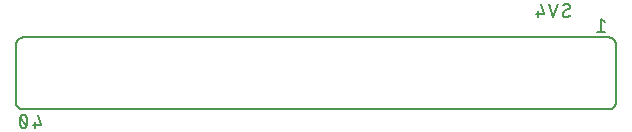
<source format=gbr>
G04 EAGLE Gerber RS-274X export*
G75*
%MOMM*%
%FSLAX34Y34*%
%LPD*%
%INSilkscreen Bottom*%
%IPPOS*%
%AMOC8*
5,1,8,0,0,1.08239X$1,22.5*%
G01*
%ADD10C,0.152400*%
%ADD11C,0.127000*%


D10*
X609600Y90170D02*
X609600Y138430D01*
X609598Y138588D01*
X609592Y138747D01*
X609582Y138905D01*
X609568Y139062D01*
X609551Y139220D01*
X609529Y139376D01*
X609504Y139533D01*
X609474Y139688D01*
X609441Y139843D01*
X609404Y139997D01*
X609363Y140150D01*
X609318Y140302D01*
X609269Y140452D01*
X609217Y140602D01*
X609161Y140750D01*
X609101Y140897D01*
X609038Y141042D01*
X608971Y141185D01*
X608901Y141327D01*
X608827Y141467D01*
X608749Y141605D01*
X608668Y141741D01*
X608584Y141875D01*
X608497Y142007D01*
X608406Y142137D01*
X608312Y142264D01*
X608215Y142389D01*
X608114Y142512D01*
X608011Y142632D01*
X607905Y142749D01*
X607796Y142864D01*
X607684Y142976D01*
X607569Y143085D01*
X607452Y143191D01*
X607332Y143294D01*
X607209Y143395D01*
X607084Y143492D01*
X606957Y143586D01*
X606827Y143677D01*
X606695Y143764D01*
X606561Y143848D01*
X606425Y143929D01*
X606287Y144007D01*
X606147Y144081D01*
X606005Y144151D01*
X605862Y144218D01*
X605717Y144281D01*
X605570Y144341D01*
X605422Y144397D01*
X605272Y144449D01*
X605122Y144498D01*
X604970Y144543D01*
X604817Y144584D01*
X604663Y144621D01*
X604508Y144654D01*
X604353Y144684D01*
X604196Y144709D01*
X604040Y144731D01*
X603882Y144748D01*
X603725Y144762D01*
X603567Y144772D01*
X603408Y144778D01*
X603250Y144780D01*
X609600Y90170D02*
X609598Y90012D01*
X609592Y89853D01*
X609582Y89695D01*
X609568Y89538D01*
X609551Y89380D01*
X609529Y89224D01*
X609504Y89067D01*
X609474Y88912D01*
X609441Y88757D01*
X609404Y88603D01*
X609363Y88450D01*
X609318Y88298D01*
X609269Y88148D01*
X609217Y87998D01*
X609161Y87850D01*
X609101Y87703D01*
X609038Y87558D01*
X608971Y87415D01*
X608901Y87273D01*
X608827Y87133D01*
X608749Y86995D01*
X608668Y86859D01*
X608584Y86725D01*
X608497Y86593D01*
X608406Y86463D01*
X608312Y86336D01*
X608215Y86211D01*
X608114Y86088D01*
X608011Y85968D01*
X607905Y85851D01*
X607796Y85736D01*
X607684Y85624D01*
X607569Y85515D01*
X607452Y85409D01*
X607332Y85306D01*
X607209Y85205D01*
X607084Y85108D01*
X606957Y85014D01*
X606827Y84923D01*
X606695Y84836D01*
X606561Y84752D01*
X606425Y84671D01*
X606287Y84593D01*
X606147Y84519D01*
X606005Y84449D01*
X605862Y84382D01*
X605717Y84319D01*
X605570Y84259D01*
X605422Y84203D01*
X605272Y84151D01*
X605122Y84102D01*
X604970Y84057D01*
X604817Y84016D01*
X604663Y83979D01*
X604508Y83946D01*
X604353Y83916D01*
X604196Y83891D01*
X604040Y83869D01*
X603882Y83852D01*
X603725Y83838D01*
X603567Y83828D01*
X603408Y83822D01*
X603250Y83820D01*
X603250Y144780D02*
X107950Y144780D01*
X101600Y138430D02*
X101600Y90170D01*
X107950Y83820D02*
X603250Y83820D01*
X107950Y144780D02*
X107792Y144778D01*
X107633Y144772D01*
X107475Y144762D01*
X107318Y144748D01*
X107160Y144731D01*
X107004Y144709D01*
X106847Y144684D01*
X106692Y144654D01*
X106537Y144621D01*
X106383Y144584D01*
X106230Y144543D01*
X106078Y144498D01*
X105928Y144449D01*
X105778Y144397D01*
X105630Y144341D01*
X105483Y144281D01*
X105338Y144218D01*
X105195Y144151D01*
X105053Y144081D01*
X104913Y144007D01*
X104775Y143929D01*
X104639Y143848D01*
X104505Y143764D01*
X104373Y143677D01*
X104243Y143586D01*
X104116Y143492D01*
X103991Y143395D01*
X103868Y143294D01*
X103748Y143191D01*
X103631Y143085D01*
X103516Y142976D01*
X103404Y142864D01*
X103295Y142749D01*
X103189Y142632D01*
X103086Y142512D01*
X102985Y142389D01*
X102888Y142264D01*
X102794Y142137D01*
X102703Y142007D01*
X102616Y141875D01*
X102532Y141741D01*
X102451Y141605D01*
X102373Y141467D01*
X102299Y141327D01*
X102229Y141185D01*
X102162Y141042D01*
X102099Y140897D01*
X102039Y140750D01*
X101983Y140602D01*
X101931Y140452D01*
X101882Y140302D01*
X101837Y140150D01*
X101796Y139997D01*
X101759Y139843D01*
X101726Y139688D01*
X101696Y139533D01*
X101671Y139376D01*
X101649Y139220D01*
X101632Y139062D01*
X101618Y138905D01*
X101608Y138747D01*
X101602Y138588D01*
X101600Y138430D01*
X101600Y90170D02*
X101602Y90012D01*
X101608Y89853D01*
X101618Y89695D01*
X101632Y89538D01*
X101649Y89380D01*
X101671Y89224D01*
X101696Y89067D01*
X101726Y88912D01*
X101759Y88757D01*
X101796Y88603D01*
X101837Y88450D01*
X101882Y88298D01*
X101931Y88148D01*
X101983Y87998D01*
X102039Y87850D01*
X102099Y87703D01*
X102162Y87558D01*
X102229Y87415D01*
X102299Y87273D01*
X102373Y87133D01*
X102451Y86995D01*
X102532Y86859D01*
X102616Y86725D01*
X102703Y86593D01*
X102794Y86463D01*
X102888Y86336D01*
X102985Y86211D01*
X103086Y86088D01*
X103189Y85968D01*
X103295Y85851D01*
X103404Y85736D01*
X103516Y85624D01*
X103631Y85515D01*
X103748Y85409D01*
X103868Y85306D01*
X103991Y85205D01*
X104116Y85108D01*
X104243Y85014D01*
X104373Y84923D01*
X104505Y84836D01*
X104639Y84752D01*
X104775Y84671D01*
X104913Y84593D01*
X105053Y84519D01*
X105195Y84449D01*
X105338Y84382D01*
X105483Y84319D01*
X105630Y84259D01*
X105778Y84203D01*
X105928Y84151D01*
X106078Y84102D01*
X106230Y84057D01*
X106383Y84016D01*
X106537Y83979D01*
X106692Y83946D01*
X106847Y83916D01*
X107004Y83891D01*
X107160Y83869D01*
X107318Y83852D01*
X107475Y83838D01*
X107633Y83828D01*
X107792Y83822D01*
X107950Y83820D01*
D11*
X596900Y160655D02*
X600075Y158115D01*
X596900Y160655D02*
X596900Y149225D01*
X600075Y149225D02*
X593725Y149225D01*
X122555Y70485D02*
X120015Y79375D01*
X122555Y70485D02*
X116205Y70485D01*
X118110Y73025D02*
X118110Y67945D01*
X111125Y73660D02*
X111122Y73885D01*
X111114Y74110D01*
X111101Y74334D01*
X111082Y74558D01*
X111058Y74782D01*
X111029Y75005D01*
X110994Y75227D01*
X110954Y75448D01*
X110908Y75668D01*
X110858Y75887D01*
X110802Y76105D01*
X110741Y76322D01*
X110675Y76537D01*
X110604Y76750D01*
X110527Y76961D01*
X110446Y77171D01*
X110360Y77379D01*
X110269Y77584D01*
X110173Y77787D01*
X110173Y77788D02*
X110141Y77876D01*
X110105Y77963D01*
X110066Y78049D01*
X110023Y78133D01*
X109977Y78215D01*
X109928Y78295D01*
X109876Y78373D01*
X109820Y78449D01*
X109762Y78523D01*
X109700Y78594D01*
X109636Y78663D01*
X109569Y78729D01*
X109500Y78792D01*
X109428Y78853D01*
X109354Y78911D01*
X109277Y78965D01*
X109199Y79017D01*
X109118Y79065D01*
X109036Y79110D01*
X108951Y79152D01*
X108865Y79190D01*
X108778Y79225D01*
X108690Y79257D01*
X108600Y79284D01*
X108509Y79309D01*
X108417Y79329D01*
X108325Y79346D01*
X108231Y79359D01*
X108138Y79368D01*
X108044Y79374D01*
X107950Y79376D01*
X107856Y79374D01*
X107762Y79368D01*
X107669Y79359D01*
X107575Y79346D01*
X107483Y79329D01*
X107391Y79309D01*
X107300Y79284D01*
X107210Y79257D01*
X107122Y79225D01*
X107035Y79190D01*
X106949Y79152D01*
X106864Y79110D01*
X106782Y79065D01*
X106701Y79017D01*
X106623Y78965D01*
X106546Y78911D01*
X106472Y78853D01*
X106400Y78792D01*
X106331Y78729D01*
X106264Y78663D01*
X106200Y78594D01*
X106138Y78523D01*
X106080Y78449D01*
X106024Y78373D01*
X105972Y78295D01*
X105923Y78215D01*
X105877Y78133D01*
X105834Y78049D01*
X105795Y77963D01*
X105759Y77876D01*
X105727Y77788D01*
X105727Y77787D02*
X105631Y77584D01*
X105540Y77379D01*
X105454Y77171D01*
X105373Y76961D01*
X105296Y76750D01*
X105225Y76537D01*
X105159Y76322D01*
X105098Y76105D01*
X105042Y75887D01*
X104992Y75668D01*
X104946Y75448D01*
X104906Y75227D01*
X104871Y75005D01*
X104842Y74782D01*
X104818Y74558D01*
X104799Y74334D01*
X104786Y74110D01*
X104778Y73885D01*
X104775Y73660D01*
X111125Y73660D02*
X111122Y73435D01*
X111114Y73210D01*
X111101Y72986D01*
X111082Y72762D01*
X111058Y72538D01*
X111029Y72315D01*
X110994Y72093D01*
X110954Y71872D01*
X110908Y71652D01*
X110858Y71433D01*
X110802Y71215D01*
X110741Y70998D01*
X110675Y70783D01*
X110604Y70570D01*
X110527Y70359D01*
X110446Y70149D01*
X110360Y69941D01*
X110269Y69736D01*
X110173Y69533D01*
X110141Y69445D01*
X110105Y69358D01*
X110066Y69272D01*
X110023Y69188D01*
X109977Y69106D01*
X109928Y69026D01*
X109876Y68948D01*
X109820Y68872D01*
X109762Y68798D01*
X109700Y68727D01*
X109636Y68658D01*
X109569Y68592D01*
X109500Y68529D01*
X109428Y68468D01*
X109354Y68410D01*
X109277Y68356D01*
X109199Y68304D01*
X109118Y68256D01*
X109036Y68211D01*
X108951Y68169D01*
X108865Y68131D01*
X108778Y68096D01*
X108690Y68064D01*
X108600Y68037D01*
X108509Y68012D01*
X108417Y67992D01*
X108325Y67975D01*
X108231Y67962D01*
X108138Y67953D01*
X108044Y67947D01*
X107950Y67945D01*
X105727Y69533D02*
X105631Y69736D01*
X105540Y69941D01*
X105454Y70149D01*
X105373Y70359D01*
X105296Y70570D01*
X105225Y70783D01*
X105159Y70998D01*
X105098Y71215D01*
X105042Y71433D01*
X104992Y71652D01*
X104946Y71872D01*
X104906Y72093D01*
X104871Y72315D01*
X104842Y72538D01*
X104818Y72762D01*
X104799Y72986D01*
X104786Y73210D01*
X104778Y73435D01*
X104775Y73660D01*
X105727Y69533D02*
X105759Y69445D01*
X105795Y69358D01*
X105834Y69272D01*
X105877Y69188D01*
X105923Y69106D01*
X105972Y69026D01*
X106024Y68948D01*
X106080Y68872D01*
X106138Y68798D01*
X106200Y68727D01*
X106264Y68658D01*
X106331Y68592D01*
X106400Y68529D01*
X106472Y68468D01*
X106546Y68410D01*
X106623Y68356D01*
X106701Y68304D01*
X106782Y68256D01*
X106864Y68211D01*
X106949Y68169D01*
X107035Y68131D01*
X107122Y68096D01*
X107210Y68064D01*
X107300Y68037D01*
X107391Y68012D01*
X107483Y67992D01*
X107575Y67975D01*
X107669Y67962D01*
X107762Y67953D01*
X107856Y67947D01*
X107950Y67945D01*
X110490Y70485D02*
X105410Y76835D01*
X564515Y164465D02*
X564517Y164365D01*
X564523Y164266D01*
X564533Y164166D01*
X564546Y164068D01*
X564564Y163969D01*
X564585Y163872D01*
X564610Y163776D01*
X564639Y163680D01*
X564672Y163586D01*
X564708Y163493D01*
X564748Y163402D01*
X564792Y163312D01*
X564839Y163224D01*
X564889Y163138D01*
X564943Y163054D01*
X565000Y162972D01*
X565060Y162893D01*
X565124Y162815D01*
X565190Y162741D01*
X565259Y162669D01*
X565331Y162600D01*
X565405Y162534D01*
X565483Y162470D01*
X565562Y162410D01*
X565644Y162353D01*
X565728Y162299D01*
X565814Y162249D01*
X565902Y162202D01*
X565992Y162158D01*
X566083Y162118D01*
X566176Y162082D01*
X566270Y162049D01*
X566366Y162020D01*
X566462Y161995D01*
X566559Y161974D01*
X566658Y161956D01*
X566756Y161943D01*
X566856Y161933D01*
X566955Y161927D01*
X567055Y161925D01*
X567196Y161927D01*
X567337Y161932D01*
X567478Y161942D01*
X567619Y161955D01*
X567759Y161971D01*
X567899Y161992D01*
X568038Y162016D01*
X568177Y162044D01*
X568314Y162075D01*
X568451Y162110D01*
X568587Y162148D01*
X568722Y162190D01*
X568855Y162236D01*
X568988Y162285D01*
X569119Y162338D01*
X569248Y162394D01*
X569377Y162453D01*
X569503Y162516D01*
X569628Y162582D01*
X569751Y162651D01*
X569872Y162724D01*
X569991Y162800D01*
X570109Y162879D01*
X570224Y162960D01*
X570336Y163045D01*
X570447Y163133D01*
X570555Y163224D01*
X570661Y163317D01*
X570764Y163414D01*
X570865Y163513D01*
X570548Y170815D02*
X570546Y170915D01*
X570540Y171014D01*
X570530Y171114D01*
X570517Y171212D01*
X570499Y171311D01*
X570478Y171408D01*
X570453Y171504D01*
X570424Y171600D01*
X570391Y171694D01*
X570355Y171787D01*
X570315Y171878D01*
X570271Y171968D01*
X570224Y172056D01*
X570174Y172142D01*
X570120Y172226D01*
X570063Y172308D01*
X570003Y172387D01*
X569939Y172465D01*
X569873Y172539D01*
X569804Y172611D01*
X569732Y172680D01*
X569658Y172746D01*
X569580Y172810D01*
X569501Y172870D01*
X569419Y172927D01*
X569335Y172981D01*
X569249Y173031D01*
X569161Y173078D01*
X569071Y173122D01*
X568980Y173162D01*
X568887Y173198D01*
X568793Y173231D01*
X568697Y173260D01*
X568601Y173285D01*
X568504Y173306D01*
X568405Y173324D01*
X568307Y173337D01*
X568207Y173347D01*
X568108Y173353D01*
X568008Y173355D01*
X568008Y173356D02*
X567875Y173354D01*
X567742Y173349D01*
X567609Y173339D01*
X567476Y173326D01*
X567344Y173309D01*
X567212Y173289D01*
X567081Y173265D01*
X566951Y173237D01*
X566821Y173206D01*
X566693Y173171D01*
X566565Y173132D01*
X566439Y173090D01*
X566314Y173044D01*
X566190Y172995D01*
X566067Y172943D01*
X565946Y172887D01*
X565827Y172827D01*
X565709Y172765D01*
X565594Y172699D01*
X565480Y172630D01*
X565368Y172557D01*
X565258Y172482D01*
X565150Y172403D01*
X569278Y168592D02*
X569362Y168644D01*
X569445Y168699D01*
X569525Y168758D01*
X569603Y168819D01*
X569678Y168883D01*
X569751Y168951D01*
X569822Y169021D01*
X569889Y169093D01*
X569954Y169168D01*
X570016Y169246D01*
X570075Y169326D01*
X570131Y169408D01*
X570183Y169492D01*
X570232Y169578D01*
X570278Y169666D01*
X570321Y169756D01*
X570360Y169847D01*
X570395Y169940D01*
X570427Y170034D01*
X570455Y170129D01*
X570480Y170225D01*
X570500Y170322D01*
X570518Y170420D01*
X570531Y170518D01*
X570540Y170617D01*
X570546Y170716D01*
X570548Y170815D01*
X565785Y166688D02*
X565701Y166636D01*
X565618Y166581D01*
X565538Y166522D01*
X565460Y166461D01*
X565385Y166397D01*
X565312Y166329D01*
X565241Y166259D01*
X565174Y166187D01*
X565109Y166112D01*
X565047Y166034D01*
X564988Y165954D01*
X564932Y165872D01*
X564880Y165788D01*
X564831Y165702D01*
X564785Y165614D01*
X564742Y165524D01*
X564703Y165433D01*
X564668Y165340D01*
X564636Y165246D01*
X564608Y165151D01*
X564583Y165055D01*
X564563Y164958D01*
X564545Y164860D01*
X564532Y164762D01*
X564523Y164663D01*
X564517Y164564D01*
X564515Y164465D01*
X565785Y166688D02*
X569278Y168593D01*
X560451Y173355D02*
X556641Y161925D01*
X552831Y173355D01*
X545846Y173355D02*
X548386Y164465D01*
X542036Y164465D01*
X543941Y167005D02*
X543941Y161925D01*
M02*

</source>
